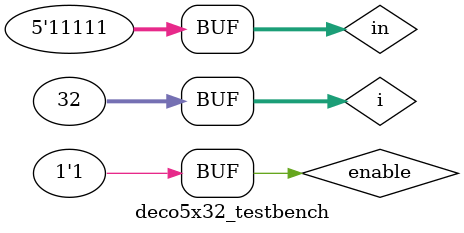
<source format=sv>
`timescale 1ps/1ps
module deco5x32(in, enable, out); 

	input logic [4:0] in;
	input logic enable;
	output logic [31:0] out;

	logic [3:0] temp;

	deco2x4 d0(.in({in[4],in[3]}), .enable, .out(temp[3:0]));
	deco3x8 d1(.in({in[2],in[1],in[0]}), .enable(temp[0]), .out(out[7:0]));
	deco3x8 d2(.in({in[2],in[1],in[0]}), .enable(temp[1]), .out(out[15:8]));
	deco3x8 d3(.in({in[2],in[1],in[0]}), .enable(temp[2]), .out(out[23:16]));
	deco3x8 d4(.in({in[2],in[1],in[0]}), .enable(temp[3]), .out(out[31:24]));

endmodule

module deco5x32_testbench();
	logic enable;
	logic [4:0] in;
	logic [31:0] out;
	
	deco5x32 dut (.in, .enable, .out);
	
	integer i;
	// test all in value when enalbe is on and off
	initial begin
		enable = 0; in = 5'b000;	#300;
		
		for(i=1; i<32; i++) begin
			in = i;						#300;
		end
		enable = 1; in = 5'b000;	#300;
		
		for(i=1; i<32; i++) begin
			in = i;						#300;
		end	
	end
	
endmodule 
</source>
